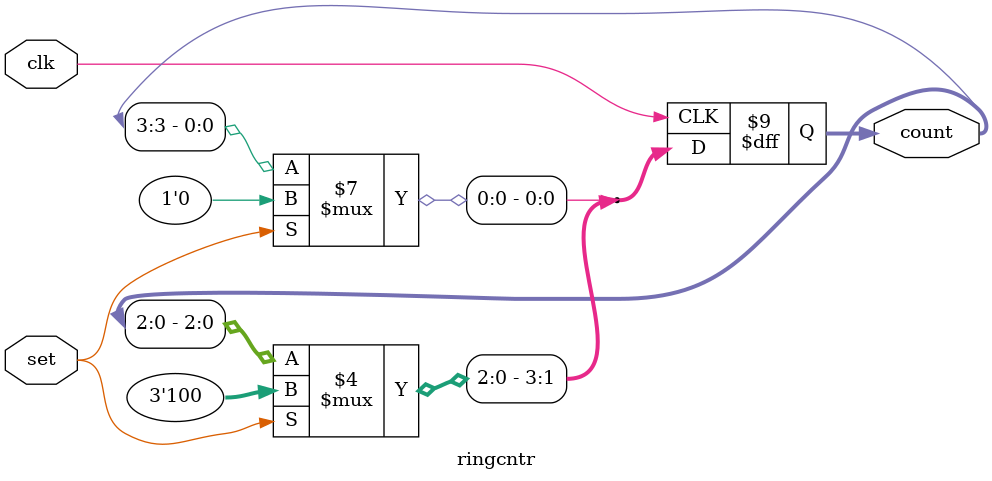
<source format=v>
`timescale 1ns / 1ps


module ringcntr(
    input clk,
    input set,
    output reg [3:0] count
    );
    always @ (posedge clk)
    begin
    if(set)
    count<=4'b1000;
    else 
    begin
    count<=(count<<1);
    count[0]<=count[3];
    end
    end
endmodule



</source>
